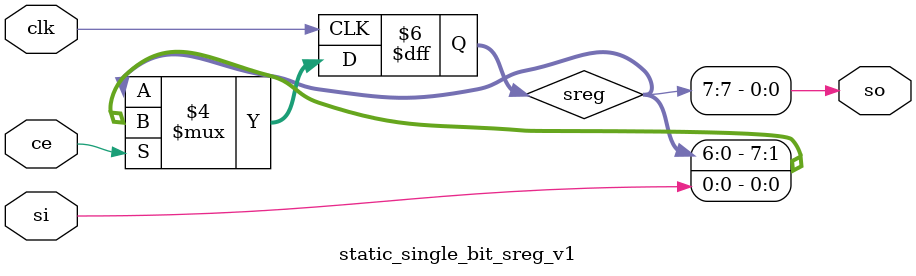
<source format=sv>
module static_single_bit_sreg_v1
#(
  parameter DEPTH = 8,
  parameter SRL_STYLE_VAL = "srl"

)
(
  input logic clk,
  input logic ce,
  input logic si,
  output logic so
);

  (* SRL_STYLE = SRL_STYLE_VAL *)
  logic [DEPTH - 1 : 0] sreg = '0;

  always_ff @(posedge clk) begin
    if (ce) begin 
      sreg <= {sreg[DEPTH - 2 : 0], si};
    end
  end

  always_comb begin
    so = sreg[DEPTH - 1];
  end
endmodule

</source>
